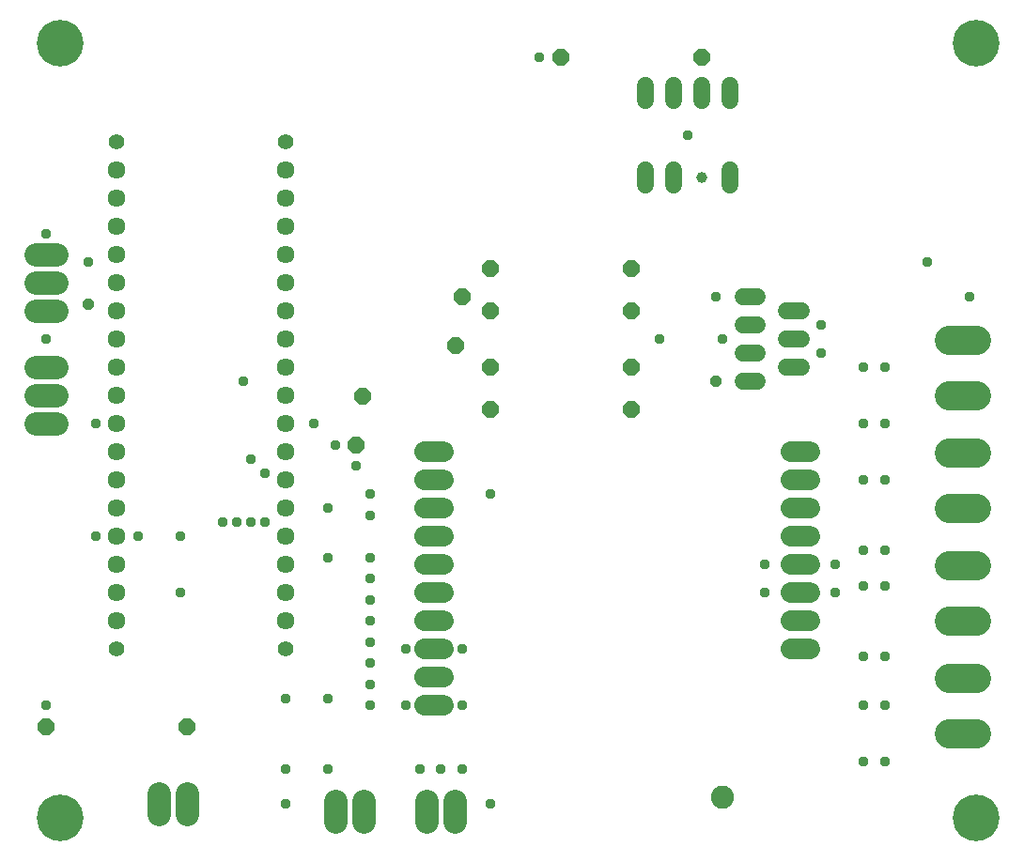
<source format=gbr>
G04 EAGLE Gerber RS-274X export*
G75*
%MOMM*%
%FSLAX34Y34*%
%LPD*%
%INSoldermask Bottom*%
%IPPOS*%
%AMOC8*
5,1,8,0,0,1.08239X$1,22.5*%
G01*
%ADD10C,4.203200*%
%ADD11C,0.998219*%
%ADD12C,1.511200*%
%ADD13P,1.649562X8X22.500000*%
%ADD14C,2.603200*%
%ADD15C,1.851700*%
%ADD16C,1.611200*%
%ADD17C,1.403200*%
%ADD18P,1.649562X8X202.500000*%
%ADD19C,2.082800*%
%ADD20P,1.649562X8X247.500000*%
%ADD21P,1.649562X8X67.500000*%
%ADD22C,2.082800*%
%ADD23P,1.038661X8X22.500000*%
%ADD24C,0.959600*%


D10*
X63500Y762000D03*
X889000Y762000D03*
X889000Y63500D03*
X63500Y63500D03*
D11*
X641350Y641350D03*
D12*
X678710Y457200D02*
X691790Y457200D01*
X717710Y469900D02*
X730790Y469900D01*
X691790Y482600D02*
X678710Y482600D01*
X717710Y495300D02*
X730790Y495300D01*
X691790Y508000D02*
X678710Y508000D01*
X717710Y520700D02*
X730790Y520700D01*
X691790Y533400D02*
X678710Y533400D01*
D13*
X450850Y469900D03*
X577850Y469900D03*
X450850Y520700D03*
X577850Y520700D03*
D14*
X864300Y444900D02*
X888300Y444900D01*
X888300Y494900D02*
X864300Y494900D01*
X864300Y343300D02*
X888300Y343300D01*
X888300Y393300D02*
X864300Y393300D01*
D15*
X408293Y393700D02*
X391808Y393700D01*
X391808Y368300D02*
X408293Y368300D01*
X408293Y342900D02*
X391808Y342900D01*
X391808Y317500D02*
X408293Y317500D01*
X408293Y292100D02*
X391808Y292100D01*
X391808Y266700D02*
X408293Y266700D01*
X408293Y241300D02*
X391808Y241300D01*
X391808Y215900D02*
X408293Y215900D01*
X408293Y190500D02*
X391808Y190500D01*
X391808Y165100D02*
X408293Y165100D01*
X722008Y215900D02*
X738493Y215900D01*
X738493Y241300D02*
X722008Y241300D01*
X722008Y266700D02*
X738493Y266700D01*
X738493Y292100D02*
X722008Y292100D01*
X722008Y317500D02*
X738493Y317500D01*
X738493Y342900D02*
X722008Y342900D01*
X722008Y368300D02*
X738493Y368300D01*
X738493Y393700D02*
X722008Y393700D01*
D16*
X266700Y647700D03*
X266700Y622300D03*
X266700Y596900D03*
X266700Y571500D03*
X266700Y546100D03*
X266700Y520700D03*
X266700Y495300D03*
X266700Y469900D03*
X266700Y444500D03*
X266700Y419100D03*
X266700Y393700D03*
X266700Y368300D03*
X266700Y342900D03*
X266700Y317500D03*
X266700Y292100D03*
X266700Y266700D03*
X266700Y241300D03*
X114300Y647700D03*
X114300Y622300D03*
X114300Y596900D03*
X114300Y571500D03*
X114300Y546100D03*
X114300Y520700D03*
X114300Y495300D03*
X114300Y469900D03*
X114300Y444500D03*
X114300Y419100D03*
X114300Y393700D03*
X114300Y368300D03*
X114300Y342900D03*
X114300Y317500D03*
X114300Y292100D03*
X114300Y266700D03*
X114300Y241300D03*
D17*
X266700Y673100D03*
X114300Y673100D03*
X266700Y215900D03*
X114300Y215900D03*
D13*
X450850Y431800D03*
X577850Y431800D03*
D18*
X577850Y558800D03*
X450850Y558800D03*
D14*
X864300Y241700D02*
X888300Y241700D01*
X888300Y291700D02*
X864300Y291700D01*
X864300Y140100D02*
X888300Y140100D01*
X888300Y190100D02*
X864300Y190100D01*
D13*
X514350Y749300D03*
X641350Y749300D03*
D18*
X177800Y146050D03*
X50800Y146050D03*
D19*
X41402Y571500D02*
X60198Y571500D01*
X60198Y546100D02*
X41402Y546100D01*
X41402Y520700D02*
X60198Y520700D01*
X177800Y85598D02*
X177800Y66802D01*
X152400Y66802D02*
X152400Y85598D01*
X311150Y79248D02*
X311150Y60452D01*
X336550Y60452D02*
X336550Y79248D01*
X393700Y79248D02*
X393700Y60452D01*
X419100Y60452D02*
X419100Y79248D01*
X60198Y469900D02*
X41402Y469900D01*
X41402Y444500D02*
X60198Y444500D01*
X60198Y419100D02*
X41402Y419100D01*
D20*
X419551Y489401D03*
X329749Y399599D03*
D21*
X336099Y444049D03*
X425901Y533851D03*
D12*
X666750Y711010D02*
X666750Y724090D01*
X641350Y724090D02*
X641350Y711010D01*
X615950Y711010D02*
X615950Y724090D01*
X590550Y724090D02*
X590550Y711010D01*
X590550Y647890D02*
X590550Y634810D01*
X615950Y634810D02*
X615950Y647890D01*
X666750Y647890D02*
X666750Y634810D01*
D22*
X660400Y82550D03*
D23*
X654050Y457200D03*
X88900Y527050D03*
D24*
X450850Y355600D03*
X654050Y533400D03*
X342900Y184150D03*
X342900Y203200D03*
X342900Y222250D03*
X342900Y260350D03*
X342900Y279400D03*
X342900Y298450D03*
X342900Y336550D03*
X342900Y355600D03*
X330200Y381000D03*
X311150Y400050D03*
X292100Y419100D03*
X234950Y387350D03*
X228600Y457200D03*
X95250Y419100D03*
X88900Y565150D03*
X50800Y590550D03*
X50800Y495300D03*
X95250Y317500D03*
X133350Y317500D03*
X266700Y171450D03*
X266700Y107950D03*
X266700Y76200D03*
X387350Y107950D03*
X406400Y107950D03*
X425450Y107950D03*
X450850Y76200D03*
X698500Y266700D03*
X698500Y292100D03*
X762000Y266700D03*
X762000Y292100D03*
X342900Y241300D03*
X374650Y165100D03*
X425450Y165100D03*
X425450Y215900D03*
X374650Y215900D03*
X787400Y419100D03*
X806450Y419100D03*
X787400Y368300D03*
X806450Y368300D03*
X787400Y304800D03*
X806450Y304800D03*
X787400Y273050D03*
X806450Y273050D03*
X787400Y209550D03*
X806450Y209550D03*
X806450Y469900D03*
X787400Y469900D03*
X787400Y165100D03*
X806450Y165100D03*
X171450Y266700D03*
X787400Y114300D03*
X806450Y114300D03*
X171450Y317500D03*
X304800Y298450D03*
X304800Y342900D03*
X247650Y374650D03*
X247650Y330200D03*
X222250Y330200D03*
X209550Y330200D03*
X304800Y171450D03*
X304800Y107950D03*
X603250Y495300D03*
X660400Y495300D03*
X749300Y508000D03*
X749300Y482600D03*
X844550Y565150D03*
X882650Y533400D03*
X495300Y749300D03*
X628650Y679450D03*
X50800Y165100D03*
X342900Y165100D03*
X234950Y330200D03*
X63500Y520700D03*
M02*

</source>
